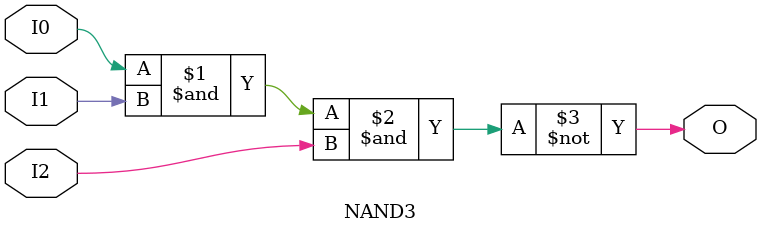
<source format=v>

`timescale  100 ps / 10 ps


module NAND3 (O, I0, I1, I2);

    output O;

    input  I0, I1, I2;

    nand A1 (O, I0, I1, I2);


endmodule


</source>
